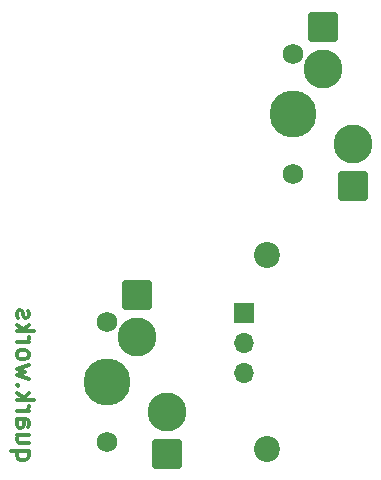
<source format=gbr>
%TF.GenerationSoftware,KiCad,Pcbnew,(6.0.7)*%
%TF.CreationDate,2023-01-05T19:36:13-06:00*%
%TF.ProjectId,OpenRectangle,4f70656e-5265-4637-9461-6e676c652e6b,rev?*%
%TF.SameCoordinates,Original*%
%TF.FileFunction,Soldermask,Bot*%
%TF.FilePolarity,Negative*%
%FSLAX46Y46*%
G04 Gerber Fmt 4.6, Leading zero omitted, Abs format (unit mm)*
G04 Created by KiCad (PCBNEW (6.0.7)) date 2023-01-05 19:36:13*
%MOMM*%
%LPD*%
G01*
G04 APERTURE LIST*
G04 Aperture macros list*
%AMRoundRect*
0 Rectangle with rounded corners*
0 $1 Rounding radius*
0 $2 $3 $4 $5 $6 $7 $8 $9 X,Y pos of 4 corners*
0 Add a 4 corners polygon primitive as box body*
4,1,4,$2,$3,$4,$5,$6,$7,$8,$9,$2,$3,0*
0 Add four circle primitives for the rounded corners*
1,1,$1+$1,$2,$3*
1,1,$1+$1,$4,$5*
1,1,$1+$1,$6,$7*
1,1,$1+$1,$8,$9*
0 Add four rect primitives between the rounded corners*
20,1,$1+$1,$2,$3,$4,$5,0*
20,1,$1+$1,$4,$5,$6,$7,0*
20,1,$1+$1,$6,$7,$8,$9,0*
20,1,$1+$1,$8,$9,$2,$3,0*%
G04 Aperture macros list end*
%ADD10C,0.300000*%
%ADD11R,1.700000X1.700000*%
%ADD12O,1.700000X1.700000*%
%ADD13C,1.750000*%
%ADD14C,3.987800*%
%ADD15RoundRect,0.250000X1.000000X-1.025000X1.000000X1.025000X-1.000000X1.025000X-1.000000X-1.025000X0*%
%ADD16C,3.300000*%
%ADD17C,2.200000*%
G04 APERTURE END LIST*
D10*
X252641428Y-119607142D02*
X251141428Y-119607142D01*
X251712857Y-119607142D02*
X251641428Y-119750000D01*
X251641428Y-120035714D01*
X251712857Y-120178571D01*
X251784285Y-120250000D01*
X251927142Y-120321428D01*
X252355714Y-120321428D01*
X252498571Y-120250000D01*
X252570000Y-120178571D01*
X252641428Y-120035714D01*
X252641428Y-119750000D01*
X252570000Y-119607142D01*
X252641428Y-118250000D02*
X251641428Y-118250000D01*
X252641428Y-118892857D02*
X251855714Y-118892857D01*
X251712857Y-118821428D01*
X251641428Y-118678571D01*
X251641428Y-118464285D01*
X251712857Y-118321428D01*
X251784285Y-118250000D01*
X251641428Y-116892857D02*
X252427142Y-116892857D01*
X252570000Y-116964285D01*
X252641428Y-117107142D01*
X252641428Y-117392857D01*
X252570000Y-117535714D01*
X251712857Y-116892857D02*
X251641428Y-117035714D01*
X251641428Y-117392857D01*
X251712857Y-117535714D01*
X251855714Y-117607142D01*
X251998571Y-117607142D01*
X252141428Y-117535714D01*
X252212857Y-117392857D01*
X252212857Y-117035714D01*
X252284285Y-116892857D01*
X251641428Y-116178571D02*
X252641428Y-116178571D01*
X252355714Y-116178571D02*
X252498571Y-116107142D01*
X252570000Y-116035714D01*
X252641428Y-115892857D01*
X252641428Y-115750000D01*
X251641428Y-115250000D02*
X253141428Y-115250000D01*
X252212857Y-115107142D02*
X251641428Y-114678571D01*
X252641428Y-114678571D02*
X252070000Y-115250000D01*
X251784285Y-114035714D02*
X251712857Y-113964285D01*
X251641428Y-114035714D01*
X251712857Y-114107142D01*
X251784285Y-114035714D01*
X251641428Y-114035714D01*
X252641428Y-113464285D02*
X251641428Y-113178571D01*
X252355714Y-112892857D01*
X251641428Y-112607142D01*
X252641428Y-112321428D01*
X251641428Y-111535714D02*
X251712857Y-111678571D01*
X251784285Y-111750000D01*
X251927142Y-111821428D01*
X252355714Y-111821428D01*
X252498571Y-111750000D01*
X252570000Y-111678571D01*
X252641428Y-111535714D01*
X252641428Y-111321428D01*
X252570000Y-111178571D01*
X252498571Y-111107142D01*
X252355714Y-111035714D01*
X251927142Y-111035714D01*
X251784285Y-111107142D01*
X251712857Y-111178571D01*
X251641428Y-111321428D01*
X251641428Y-111535714D01*
X251641428Y-110392857D02*
X252641428Y-110392857D01*
X252355714Y-110392857D02*
X252498571Y-110321428D01*
X252570000Y-110250000D01*
X252641428Y-110107142D01*
X252641428Y-109964285D01*
X251641428Y-109464285D02*
X253141428Y-109464285D01*
X252212857Y-109321428D02*
X251641428Y-108892857D01*
X252641428Y-108892857D02*
X252070000Y-109464285D01*
X251712857Y-108321428D02*
X251641428Y-108178571D01*
X251641428Y-107892857D01*
X251712857Y-107750000D01*
X251855714Y-107678571D01*
X251927142Y-107678571D01*
X252070000Y-107750000D01*
X252141428Y-107892857D01*
X252141428Y-108107142D01*
X252212857Y-108250000D01*
X252355714Y-108321428D01*
X252427142Y-108321428D01*
X252570000Y-108250000D01*
X252641428Y-108107142D01*
X252641428Y-107892857D01*
X252570000Y-107750000D01*
D11*
%TO.C,J3*%
X270847609Y-107917148D03*
D12*
X270847609Y-110457148D03*
X270847609Y-112997148D03*
%TD*%
D13*
%TO.C,SW15*%
X259240743Y-118785648D03*
X259240743Y-108625648D03*
D14*
X259240743Y-113705648D03*
D15*
X261780743Y-106345648D03*
D16*
X261780743Y-109895648D03*
D15*
X264320743Y-119795648D03*
D16*
X264320743Y-116245648D03*
%TD*%
D17*
%TO.C,H4*%
X272807609Y-102972148D03*
%TD*%
%TO.C,H5*%
X272807609Y-119392148D03*
%TD*%
D13*
%TO.C,SW14*%
X275009743Y-96097648D03*
D14*
X275009743Y-91017648D03*
D13*
X275009743Y-85937648D03*
D16*
X277549743Y-87207648D03*
D15*
X277549743Y-83657648D03*
D16*
X280089743Y-93557648D03*
D15*
X280089743Y-97107648D03*
%TD*%
M02*

</source>
